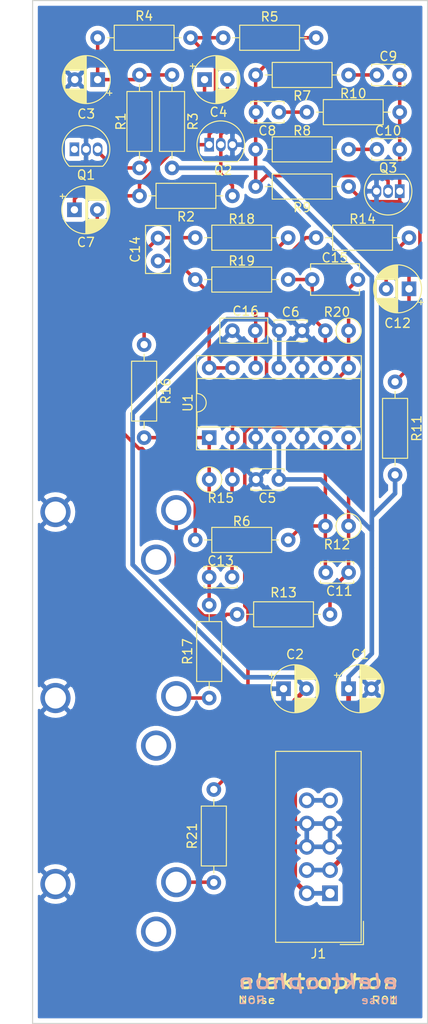
<source format=kicad_pcb>
(kicad_pcb (version 20171130) (host pcbnew 5.1.4-e60b266~84~ubuntu19.04.1)
  (title_block (title Noise) (date 2019-10-20) (rev 01) (comment 1 "Original design by Yves Usson") (comment 2 "PCB for main circuit") (comment 4 "License CC BY 4.0 - Attribution 4.0 International"))
  (layers (0 F.Cu signal) (31 B.Cu signal hide) (34 B.Paste user) (35 F.Paste user) (36 B.SilkS user) (37 F.SilkS user) (38 B.Mask user) (39 F.Mask user) (44 Edge.Cuts user))
  (net 0 "")
  (net 1 GND)
  (net 2 +15V)
  (net 3 -15V)
  (net 4 "Net-(C3-Pad1)")
  (net 5 "Net-(C4-Pad2)")
  (net 6 "Net-(C4-Pad1)")
  (net 7 "Net-(C7-Pad2)")
  (net 8 "Net-(C7-Pad1)")
  (net 9 "Net-(C8-Pad2)")
  (net 10 "Net-(C8-Pad1)")
  (net 11 "Net-(C9-Pad2)")
  (net 12 "Net-(C10-Pad1)")
  (net 13 "Net-(C10-Pad2)")
  (net 14 "Net-(C11-Pad2)")
  (net 15 "Net-(C11-Pad1)")
  (net 16 "Net-(C12-Pad2)")
  (net 17 "Net-(C13-Pad2)")
  (net 18 "Net-(C13-Pad1)")
  (net 19 "Net-(C14-Pad2)")
  (net 20 "Net-(C14-Pad1)")
  (net 21 "Net-(C15-Pad2)")
  (net 22 "Net-(C15-Pad1)")
  (net 23 +5V)
  (net 24 "Net-(Q1-Pad1)")
  (net 25 "Net-(R13-Pad1)")
  (net 26 "Net-(R17-Pad1)")
  (net 27 "Net-(R21-Pad1)")
  (net 28 "Net-(U2-PadSW)")
  (net 29 "Net-(U3-PadSW)")
  (net 30 "Net-(U4-PadSW)")
  (net 31 "Net-(C16-Pad2)")
  (module Capacitor_THT:C_Disc_D5.0mm_W2.5mm_P2.50mm (layer F.Cu) (at 72.644 86.868)
    (fp_text reference C16 (at 1.446 -2.138) (layer F.SilkS))
    (fp_text value 1u)
    (pad 2 thru_hole circle (at 2.5 0) (size 1.6 1.6) (drill 0.8) (layers *.Cu *.Mask) (net 31 "Net-(C16-Pad2)"))
    (pad 1 thru_hole circle (at 0 0) (size 1.6 1.6) (drill 0.8) (layers *.Cu *.Mask) (net 1 GND))
  )
  (module Capacitor_THT:C_Disc_D5.1mm_W3.2mm_P5.00mm (layer F.Cu) (at 86.36 81.28 180)
    (fp_text reference C15 (at 2.52 2.38) (layer F.SilkS))
    (fp_text value 150n)
    (pad 2 thru_hole circle (at 5 0 180) (size 1.6 1.6) (drill 0.8) (layers *.Cu *.Mask) (net 21 "Net-(C15-Pad2)"))
    (pad 1 thru_hole circle (at 0 0 180) (size 1.6 1.6) (drill 0.8) (layers *.Cu *.Mask) (net 22 "Net-(C15-Pad1)"))
  )
  (module Capacitor_THT:C_Disc_D5.0mm_W2.5mm_P2.50mm (layer F.Cu) (at 64.516 79.248 90)
    (fp_text reference C14 (at 1.25 -2.5 90) (layer F.SilkS))
    (fp_text value 1u)
    (pad 2 thru_hole circle (at 2.5 0 90) (size 1.6 1.6) (drill 0.8) (layers *.Cu *.Mask) (net 19 "Net-(C14-Pad2)"))
    (pad 1 thru_hole circle (at 0 0 90) (size 1.6 1.6) (drill 0.8) (layers *.Cu *.Mask) (net 20 "Net-(C14-Pad1)"))
  )
  (module Capacitor_THT:CP_Radial_D5.0mm_P2.50mm (layer F.Cu) (at 91.948 82.296 180)
    (fp_text reference C12 (at 1.25 -3.75) (layer F.SilkS))
    (fp_text value 10u)
    (pad 2 thru_hole circle (at 2.5 0 180) (size 1.6 1.6) (drill 0.8) (layers *.Cu *.Mask) (net 16 "Net-(C12-Pad2)"))
    (pad 1 thru_hole rect (at 0 0 180) (size 1.6 1.6) (drill 0.8) (layers *.Cu *.Mask) (net 12 "Net-(C10-Pad1)"))
  )
  (module "elektrophon:elektrophon logo" (layer F.Cu) (at 82.042 159.004)
    (fp_text reference REF** hide)
    (fp_text value "elektrophon logo" hide)
    (fp_text user Noise (at 8.84 1.02) (layer B.SilkS) (effects (font (size 0.8 1)) (justify left mirror)))
    (fp_text user R01 (at -8.83 1) (layer B.SilkS) (effects (font (size 0.8 1)) (justify right mirror)))
    (fp_text user elektrophon (at 0 -1.016) (layer B.SilkS) (effects (font (size 1.5 2) (thickness 0.3) italic) (justify mirror)))
    (fp_text user R01 (at 8.8 1.02) (layer F.SilkS) (effects (font (size 0.8 1)) (justify right)))
    (fp_text user Noise (at -8.88 1) (layer F.SilkS) (effects (font (size 0.8 1)) (justify left)))
    (fp_text user elektrophon (at 0 -1.016) (layer F.SilkS) (effects (font (size 1.5 2) (thickness 0.3) italic)))
  )
  (module Resistor_THT:R_Axial_DIN0207_L6.3mm_D2.5mm_P2.54mm_Vertical (layer F.Cu) (at 70.104 103.124)
    (fp_text reference R15 (at 1.27 2.032) (layer F.SilkS))
    (fp_text value 470k)
    (pad 2 thru_hole oval (at 2.54 0) (size 1.6 1.6) (drill 0.8) (layers *.Cu *.Mask) (net 17 "Net-(C13-Pad2)"))
    (pad 1 thru_hole circle (at 0 0) (size 1.6 1.6) (drill 0.8) (layers *.Cu *.Mask) (net 18 "Net-(C13-Pad1)"))
  )
  (module Resistor_THT:R_Axial_DIN0207_L6.3mm_D2.5mm_P2.54mm_Vertical (layer F.Cu) (at 85.344 86.868 180)
    (fp_text reference R20 (at 1.27 2.032) (layer F.SilkS))
    (fp_text value 220k)
    (pad 2 thru_hole oval (at 2.54 0 180) (size 1.6 1.6) (drill 0.8) (layers *.Cu *.Mask) (net 21 "Net-(C15-Pad2)"))
    (pad 1 thru_hole circle (at 0 0 180) (size 1.6 1.6) (drill 0.8) (layers *.Cu *.Mask) (net 22 "Net-(C15-Pad1)"))
  )
  (module Resistor_THT:R_Axial_DIN0207_L6.3mm_D2.5mm_P2.54mm_Vertical (layer F.Cu) (at 85.344 108.204 180)
    (fp_text reference R12 (at 1.27 -2.032) (layer F.SilkS))
    (fp_text value 470k)
    (pad 2 thru_hole oval (at 2.54 0 180) (size 1.6 1.6) (drill 0.8) (layers *.Cu *.Mask) (net 14 "Net-(C11-Pad2)"))
    (pad 1 thru_hole circle (at 0 0 180) (size 1.6 1.6) (drill 0.8) (layers *.Cu *.Mask) (net 15 "Net-(C11-Pad1)"))
  )
  (module elektrophon:PJ302M (layer F.Cu) (at 50.8 147.32)
    (fp_text reference U4 hide)
    (fp_text value PJ302M hide)
    (pad TIP thru_hole circle (at 15.7 -0.2 90) (size 3.3 3.3) (drill 2.3) (layers *.Cu *.Mask) (net 27 "Net-(R21-Pad1)"))
    (pad SW thru_hole circle (at 13.5 5.2) (size 3.3 3.3) (drill 2.3) (layers *.Cu *.Mask) (net 30 "Net-(U4-PadSW)"))
    (pad GND thru_hole circle (at 2.5 0 270) (size 3.3 3.3) (drill 2.3) (layers *.Cu *.Mask) (net 1 GND))
  )
  (module elektrophon:PJ302M (layer F.Cu) (at 50.8 127)
    (fp_text reference U3 hide)
    (fp_text value PJ302M hide)
    (pad TIP thru_hole circle (at 15.7 -0.2 90) (size 3.3 3.3) (drill 2.3) (layers *.Cu *.Mask) (net 26 "Net-(R17-Pad1)"))
    (pad SW thru_hole circle (at 13.5 5.2) (size 3.3 3.3) (drill 2.3) (layers *.Cu *.Mask) (net 29 "Net-(U3-PadSW)"))
    (pad GND thru_hole circle (at 2.5 0 270) (size 3.3 3.3) (drill 2.3) (layers *.Cu *.Mask) (net 1 GND))
  )
  (module elektrophon:PJ302M (layer F.Cu) (at 50.8 106.68)
    (fp_text reference U2 hide)
    (fp_text value PJ302M hide)
    (pad TIP thru_hole circle (at 15.7 -0.2 90) (size 3.3 3.3) (drill 2.3) (layers *.Cu *.Mask) (net 25 "Net-(R13-Pad1)"))
    (pad SW thru_hole circle (at 13.5 5.2) (size 3.3 3.3) (drill 2.3) (layers *.Cu *.Mask) (net 28 "Net-(U2-PadSW)"))
    (pad GND thru_hole circle (at 2.5 0 270) (size 3.3 3.3) (drill 2.3) (layers *.Cu *.Mask) (net 1 GND))
  )
  (module Package_DIP:DIP-14_W7.62mm_Socket (layer F.Cu) (at 70.104 98.552 90)
    (fp_text reference U1 (at 3.81 -2.33 90) (layer F.SilkS))
    (fp_text value LM324)
    (pad 14 thru_hole oval (at 7.62 0 90) (size 1.6 1.6) (drill 0.8) (layers *.Cu *.Mask) (net 20 "Net-(C14-Pad1)"))
    (pad 7 thru_hole oval (at 0 15.24 90) (size 1.6 1.6) (drill 0.8) (layers *.Cu *.Mask) (net 15 "Net-(C11-Pad1)"))
    (pad 13 thru_hole oval (at 7.62 2.54 90) (size 1.6 1.6) (drill 0.8) (layers *.Cu *.Mask) (net 20 "Net-(C14-Pad1)"))
    (pad 6 thru_hole oval (at 0 12.7 90) (size 1.6 1.6) (drill 0.8) (layers *.Cu *.Mask) (net 14 "Net-(C11-Pad2)"))
    (pad 12 thru_hole oval (at 7.62 5.08 90) (size 1.6 1.6) (drill 0.8) (layers *.Cu *.Mask) (net 31 "Net-(C16-Pad2)"))
    (pad 5 thru_hole oval (at 0 10.16 90) (size 1.6 1.6) (drill 0.8) (layers *.Cu *.Mask) (net 1 GND))
    (pad 11 thru_hole oval (at 7.62 7.62 90) (size 1.6 1.6) (drill 0.8) (layers *.Cu *.Mask) (net 3 -15V))
    (pad 4 thru_hole oval (at 0 7.62 90) (size 1.6 1.6) (drill 0.8) (layers *.Cu *.Mask) (net 2 +15V))
    (pad 10 thru_hole oval (at 7.62 10.16 90) (size 1.6 1.6) (drill 0.8) (layers *.Cu *.Mask) (net 1 GND))
    (pad 3 thru_hole oval (at 0 5.08 90) (size 1.6 1.6) (drill 0.8) (layers *.Cu *.Mask) (net 1 GND))
    (pad 9 thru_hole oval (at 7.62 12.7 90) (size 1.6 1.6) (drill 0.8) (layers *.Cu *.Mask) (net 21 "Net-(C15-Pad2)"))
    (pad 2 thru_hole oval (at 0 2.54 90) (size 1.6 1.6) (drill 0.8) (layers *.Cu *.Mask) (net 17 "Net-(C13-Pad2)"))
    (pad 8 thru_hole oval (at 7.62 15.24 90) (size 1.6 1.6) (drill 0.8) (layers *.Cu *.Mask) (net 22 "Net-(C15-Pad1)"))
    (pad 1 thru_hole rect (at 0 0 90) (size 1.6 1.6) (drill 0.8) (layers *.Cu *.Mask) (net 18 "Net-(C13-Pad1)"))
  )
  (module Resistor_THT:R_Axial_DIN0207_L6.3mm_D2.5mm_P10.16mm_Horizontal (layer F.Cu) (at 70.612 147.1549 90)
    (fp_text reference R21 (at 5.08 -2.37 90) (layer F.SilkS))
    (fp_text value 1k)
    (pad 2 thru_hole oval (at 10.16 0 90) (size 1.6 1.6) (drill 0.8) (layers *.Cu *.Mask) (net 22 "Net-(C15-Pad1)"))
    (pad 1 thru_hole circle (at 0 0 90) (size 1.6 1.6) (drill 0.8) (layers *.Cu *.Mask) (net 27 "Net-(R21-Pad1)"))
  )
  (module Resistor_THT:R_Axial_DIN0207_L6.3mm_D2.5mm_P10.16mm_Horizontal (layer F.Cu) (at 78.74 81.28 180)
    (fp_text reference R19 (at 5.08 2.032 180) (layer F.SilkS))
    (fp_text value 10k)
    (pad 2 thru_hole oval (at 10.16 0 180) (size 1.6 1.6) (drill 0.8) (layers *.Cu *.Mask) (net 20 "Net-(C14-Pad1)"))
    (pad 1 thru_hole circle (at 0 0 180) (size 1.6 1.6) (drill 0.8) (layers *.Cu *.Mask) (net 21 "Net-(C15-Pad2)"))
  )
  (module Resistor_THT:R_Axial_DIN0207_L6.3mm_D2.5mm_P10.16mm_Horizontal (layer F.Cu) (at 78.74 76.708 180)
    (fp_text reference R18 (at 5.08 2.032 180) (layer F.SilkS))
    (fp_text value 33k)
    (pad 2 thru_hole oval (at 10.16 0 180) (size 1.6 1.6) (drill 0.8) (layers *.Cu *.Mask) (net 19 "Net-(C14-Pad2)"))
    (pad 1 thru_hole circle (at 0 0 180) (size 1.6 1.6) (drill 0.8) (layers *.Cu *.Mask) (net 31 "Net-(C16-Pad2)"))
  )
  (module Resistor_THT:R_Axial_DIN0207_L6.3mm_D2.5mm_P10.16mm_Horizontal (layer F.Cu) (at 70.104 127 90)
    (fp_text reference R17 (at 5.08 -2.37 90) (layer F.SilkS))
    (fp_text value 1k)
    (pad 2 thru_hole oval (at 10.16 0 90) (size 1.6 1.6) (drill 0.8) (layers *.Cu *.Mask) (net 18 "Net-(C13-Pad1)"))
    (pad 1 thru_hole circle (at 0 0 90) (size 1.6 1.6) (drill 0.8) (layers *.Cu *.Mask) (net 26 "Net-(R17-Pad1)"))
  )
  (module Resistor_THT:R_Axial_DIN0207_L6.3mm_D2.5mm_P10.16mm_Horizontal (layer F.Cu) (at 62.992 88.392 270)
    (fp_text reference R16 (at 5.08 -2.37 90) (layer F.SilkS))
    (fp_text value 33k)
    (pad 2 thru_hole oval (at 10.16 0 270) (size 1.6 1.6) (drill 0.8) (layers *.Cu *.Mask) (net 18 "Net-(C13-Pad1)"))
    (pad 1 thru_hole circle (at 0 0 270) (size 1.6 1.6) (drill 0.8) (layers *.Cu *.Mask) (net 19 "Net-(C14-Pad2)"))
  )
  (module Resistor_THT:R_Axial_DIN0207_L6.3mm_D2.5mm_P10.16mm_Horizontal (layer F.Cu) (at 81.788 76.708)
    (fp_text reference R14 (at 5.08 -2.032) (layer F.SilkS))
    (fp_text value 8k2)
    (pad 2 thru_hole oval (at 10.16 0) (size 1.6 1.6) (drill 0.8) (layers *.Cu *.Mask) (net 16 "Net-(C12-Pad2)"))
    (pad 1 thru_hole circle (at 0 0) (size 1.6 1.6) (drill 0.8) (layers *.Cu *.Mask) (net 17 "Net-(C13-Pad2)"))
  )
  (module Resistor_THT:R_Axial_DIN0207_L6.3mm_D2.5mm_P10.16mm_Horizontal (layer F.Cu) (at 73.152 117.856)
    (fp_text reference R13 (at 5.08 -2.37) (layer F.SilkS))
    (fp_text value 1k)
    (pad 2 thru_hole oval (at 10.16 0) (size 1.6 1.6) (drill 0.8) (layers *.Cu *.Mask) (net 15 "Net-(C11-Pad1)"))
    (pad 1 thru_hole circle (at 0 0) (size 1.6 1.6) (drill 0.8) (layers *.Cu *.Mask) (net 25 "Net-(R13-Pad1)"))
  )
  (module Resistor_THT:R_Axial_DIN0207_L6.3mm_D2.5mm_P10.16mm_Horizontal (layer F.Cu) (at 90.424 92.456 270)
    (fp_text reference R11 (at 5.08 -2.37 90) (layer F.SilkS))
    (fp_text value 3k9)
    (pad 2 thru_hole oval (at 10.16 0 270) (size 1.6 1.6) (drill 0.8) (layers *.Cu *.Mask) (net 2 +15V))
    (pad 1 thru_hole circle (at 0 0 270) (size 1.6 1.6) (drill 0.8) (layers *.Cu *.Mask) (net 12 "Net-(C10-Pad1)"))
  )
  (module Resistor_THT:R_Axial_DIN0207_L6.3mm_D2.5mm_P10.16mm_Horizontal (layer F.Cu) (at 90.932 62.992 180)
    (fp_text reference R10 (at 5.08 2.032) (layer F.SilkS))
    (fp_text value 100k)
    (pad 2 thru_hole oval (at 10.16 0 180) (size 1.6 1.6) (drill 0.8) (layers *.Cu *.Mask) (net 10 "Net-(C8-Pad1)"))
    (pad 1 thru_hole circle (at 0 0 180) (size 1.6 1.6) (drill 0.8) (layers *.Cu *.Mask) (net 12 "Net-(C10-Pad1)"))
  )
  (module Resistor_THT:R_Axial_DIN0207_L6.3mm_D2.5mm_P10.16mm_Horizontal (layer F.Cu) (at 85.344 71.12 180)
    (fp_text reference R9 (at 5.08 -2.286) (layer F.SilkS))
    (fp_text value 1M)
    (pad 2 thru_hole oval (at 10.16 0 180) (size 1.6 1.6) (drill 0.8) (layers *.Cu *.Mask) (net 9 "Net-(C8-Pad2)"))
    (pad 1 thru_hole circle (at 0 0 180) (size 1.6 1.6) (drill 0.8) (layers *.Cu *.Mask) (net 12 "Net-(C10-Pad1)"))
  )
  (module Resistor_THT:R_Axial_DIN0207_L6.3mm_D2.5mm_P10.16mm_Horizontal (layer F.Cu) (at 85.344 67.056 180)
    (fp_text reference R8 (at 5.08 2.032) (layer F.SilkS))
    (fp_text value 390k)
    (pad 2 thru_hole oval (at 10.16 0 180) (size 1.6 1.6) (drill 0.8) (layers *.Cu *.Mask) (net 9 "Net-(C8-Pad2)"))
    (pad 1 thru_hole circle (at 0 0 180) (size 1.6 1.6) (drill 0.8) (layers *.Cu *.Mask) (net 13 "Net-(C10-Pad2)"))
  )
  (module Resistor_THT:R_Axial_DIN0207_L6.3mm_D2.5mm_P10.16mm_Horizontal (layer F.Cu) (at 85.344 58.928 180)
    (fp_text reference R7 (at 5.08 -2.286) (layer F.SilkS))
    (fp_text value 18k)
    (pad 2 thru_hole oval (at 10.16 0 180) (size 1.6 1.6) (drill 0.8) (layers *.Cu *.Mask) (net 9 "Net-(C8-Pad2)"))
    (pad 1 thru_hole circle (at 0 0 180) (size 1.6 1.6) (drill 0.8) (layers *.Cu *.Mask) (net 11 "Net-(C9-Pad2)"))
  )
  (module Resistor_THT:R_Axial_DIN0207_L6.3mm_D2.5mm_P10.16mm_Horizontal (layer F.Cu) (at 78.74 109.728 180)
    (fp_text reference R6 (at 5.08 2.032) (layer F.SilkS))
    (fp_text value 33k)
    (pad 2 thru_hole oval (at 10.16 0 180) (size 1.6 1.6) (drill 0.8) (layers *.Cu *.Mask) (net 7 "Net-(C7-Pad2)"))
    (pad 1 thru_hole circle (at 0 0 180) (size 1.6 1.6) (drill 0.8) (layers *.Cu *.Mask) (net 14 "Net-(C11-Pad2)"))
  )
  (module Resistor_THT:R_Axial_DIN0207_L6.3mm_D2.5mm_P10.16mm_Horizontal (layer F.Cu) (at 81.788 54.864 180)
    (fp_text reference R5 (at 5.08 2.286) (layer F.SilkS))
    (fp_text value 82k)
    (pad 2 thru_hole oval (at 10.16 0 180) (size 1.6 1.6) (drill 0.8) (layers *.Cu *.Mask) (net 8 "Net-(C7-Pad1)"))
    (pad 1 thru_hole circle (at 0 0 180) (size 1.6 1.6) (drill 0.8) (layers *.Cu *.Mask) (net 9 "Net-(C8-Pad2)"))
  )
  (module Resistor_THT:R_Axial_DIN0207_L6.3mm_D2.5mm_P10.16mm_Horizontal (layer F.Cu) (at 57.912 54.864)
    (fp_text reference R4 (at 5.08 -2.37) (layer F.SilkS))
    (fp_text value 10k)
    (pad 2 thru_hole oval (at 10.16 0) (size 1.6 1.6) (drill 0.8) (layers *.Cu *.Mask) (net 8 "Net-(C7-Pad1)"))
    (pad 1 thru_hole circle (at 0 0) (size 1.6 1.6) (drill 0.8) (layers *.Cu *.Mask) (net 4 "Net-(C3-Pad1)"))
  )
  (module Resistor_THT:R_Axial_DIN0207_L6.3mm_D2.5mm_P10.16mm_Horizontal (layer F.Cu) (at 66.04 69.088 90)
    (fp_text reference R3 (at 5.08 2.286 270) (layer F.SilkS))
    (fp_text value 22)
    (pad 2 thru_hole oval (at 10.16 0 90) (size 1.6 1.6) (drill 0.8) (layers *.Cu *.Mask) (net 4 "Net-(C3-Pad1)"))
    (pad 1 thru_hole circle (at 0 0 90) (size 1.6 1.6) (drill 0.8) (layers *.Cu *.Mask) (net 2 +15V))
  )
  (module Resistor_THT:R_Axial_DIN0207_L6.3mm_D2.5mm_P10.16mm_Horizontal (layer F.Cu) (at 62.484 72.136)
    (fp_text reference R2 (at 5.08 2.286) (layer F.SilkS))
    (fp_text value 150k)
    (pad 2 thru_hole oval (at 10.16 0) (size 1.6 1.6) (drill 0.8) (layers *.Cu *.Mask) (net 5 "Net-(C4-Pad2)"))
    (pad 1 thru_hole circle (at 0 0) (size 1.6 1.6) (drill 0.8) (layers *.Cu *.Mask) (net 8 "Net-(C7-Pad1)"))
  )
  (module Resistor_THT:R_Axial_DIN0207_L6.3mm_D2.5mm_P10.16mm_Horizontal (layer F.Cu) (at 62.484 58.928 270)
    (fp_text reference R1 (at 5.08 2.032 270) (layer F.SilkS))
    (fp_text value 47k)
    (pad 2 thru_hole oval (at 10.16 0 270) (size 1.6 1.6) (drill 0.8) (layers *.Cu *.Mask) (net 6 "Net-(C4-Pad1)"))
    (pad 1 thru_hole circle (at 0 0 270) (size 1.6 1.6) (drill 0.8) (layers *.Cu *.Mask) (net 4 "Net-(C3-Pad1)"))
  )
  (module Package_TO_SOT_THT:TO-92_Inline (layer F.Cu) (at 90.932 71.628 180)
    (fp_text reference Q3 (at 1.27 2.54) (layer F.SilkS))
    (fp_text value BC547)
    (pad 1 thru_hole rect (at 0 0 180) (size 1.05 1.5) (drill 0.75) (layers *.Cu *.Mask) (net 12 "Net-(C10-Pad1)"))
    (pad 3 thru_hole oval (at 2.54 0 180) (size 1.05 1.5) (drill 0.75) (layers *.Cu *.Mask) (net 1 GND))
    (pad 2 thru_hole oval (at 1.27 0 180) (size 1.05 1.5) (drill 0.75) (layers *.Cu *.Mask) (net 9 "Net-(C8-Pad2)"))
  )
  (module Package_TO_SOT_THT:TO-92_Inline (layer F.Cu) (at 70.104 66.548)
    (fp_text reference Q2 (at 1.524 2.794) (layer F.SilkS))
    (fp_text value BC547)
    (pad 1 thru_hole rect (at 0 0) (size 1.05 1.5) (drill 0.75) (layers *.Cu *.Mask) (net 8 "Net-(C7-Pad1)"))
    (pad 3 thru_hole oval (at 2.54 0) (size 1.05 1.5) (drill 0.75) (layers *.Cu *.Mask) (net 1 GND))
    (pad 2 thru_hole oval (at 1.27 0) (size 1.05 1.5) (drill 0.75) (layers *.Cu *.Mask) (net 5 "Net-(C4-Pad2)"))
  )
  (module Package_TO_SOT_THT:TO-92_Inline (layer F.Cu) (at 55.372 67.056)
    (fp_text reference Q1 (at 1.27 2.794) (layer F.SilkS))
    (fp_text value BC547)
    (pad 1 thru_hole rect (at 0 0) (size 1.05 1.5) (drill 0.75) (layers *.Cu *.Mask) (net 24 "Net-(Q1-Pad1)"))
    (pad 3 thru_hole oval (at 2.54 0) (size 1.05 1.5) (drill 0.75) (layers *.Cu *.Mask) (net 6 "Net-(C4-Pad1)"))
    (pad 2 thru_hole oval (at 1.27 0) (size 1.05 1.5) (drill 0.75) (layers *.Cu *.Mask) (net 1 GND))
  )
  (module Connector_IDC:IDC-Header_2x05_P2.54mm_Vertical (layer F.Cu) (at 83.312 148.336 180)
    (fp_text reference J1 (at 1.27 -6.604) (layer F.SilkS))
    (fp_text value "IDC Header")
    (pad 10 thru_hole oval (at 2.54 10.16 180) (size 1.7272 1.7272) (drill 1.016) (layers *.Cu *.Mask) (net 23 +5V))
    (pad 9 thru_hole oval (at 0 10.16 180) (size 1.7272 1.7272) (drill 1.016) (layers *.Cu *.Mask) (net 23 +5V))
    (pad 8 thru_hole oval (at 2.54 7.62 180) (size 1.7272 1.7272) (drill 1.016) (layers *.Cu *.Mask) (net 1 GND))
    (pad 7 thru_hole oval (at 0 7.62 180) (size 1.7272 1.7272) (drill 1.016) (layers *.Cu *.Mask) (net 1 GND))
    (pad 6 thru_hole oval (at 2.54 5.08 180) (size 1.7272 1.7272) (drill 1.016) (layers *.Cu *.Mask) (net 1 GND))
    (pad 5 thru_hole oval (at 0 5.08 180) (size 1.7272 1.7272) (drill 1.016) (layers *.Cu *.Mask) (net 1 GND))
    (pad 4 thru_hole oval (at 2.54 2.54 180) (size 1.7272 1.7272) (drill 1.016) (layers *.Cu *.Mask) (net 2 +15V))
    (pad 3 thru_hole oval (at 0 2.54 180) (size 1.7272 1.7272) (drill 1.016) (layers *.Cu *.Mask) (net 2 +15V))
    (pad 2 thru_hole oval (at 2.54 0 180) (size 1.7272 1.7272) (drill 1.016) (layers *.Cu *.Mask) (net 3 -15V))
    (pad 1 thru_hole rect (at 0 0 180) (size 1.7272 1.7272) (drill 1.016) (layers *.Cu *.Mask) (net 3 -15V))
  )
  (module Capacitor_THT:C_Disc_D3.4mm_W2.1mm_P2.50mm (layer F.Cu) (at 70.104 113.792)
    (fp_text reference C13 (at 1.25 -1.778) (layer F.SilkS))
    (fp_text value 10p)
    (pad 2 thru_hole circle (at 2.5 0) (size 1.6 1.6) (drill 0.8) (layers *.Cu *.Mask) (net 17 "Net-(C13-Pad2)"))
    (pad 1 thru_hole circle (at 0 0) (size 1.6 1.6) (drill 0.8) (layers *.Cu *.Mask) (net 18 "Net-(C13-Pad1)"))
  )
  (module Capacitor_THT:C_Disc_D3.4mm_W2.1mm_P2.50mm (layer F.Cu) (at 85.344 113.284 180)
    (fp_text reference C11 (at 1.016 -2.032) (layer F.SilkS))
    (fp_text value 10p)
    (pad 2 thru_hole circle (at 2.5 0 180) (size 1.6 1.6) (drill 0.8) (layers *.Cu *.Mask) (net 14 "Net-(C11-Pad2)"))
    (pad 1 thru_hole circle (at 0 0 180) (size 1.6 1.6) (drill 0.8) (layers *.Cu *.Mask) (net 15 "Net-(C11-Pad1)"))
  )
  (module Capacitor_THT:C_Disc_D3.4mm_W2.1mm_P2.50mm (layer F.Cu) (at 90.932 67.056 180)
    (fp_text reference C10 (at 1.27 2.032) (layer F.SilkS))
    (fp_text value 47n)
    (pad 2 thru_hole circle (at 2.5 0 180) (size 1.6 1.6) (drill 0.8) (layers *.Cu *.Mask) (net 13 "Net-(C10-Pad2)"))
    (pad 1 thru_hole circle (at 0 0 180) (size 1.6 1.6) (drill 0.8) (layers *.Cu *.Mask) (net 12 "Net-(C10-Pad1)"))
  )
  (module Capacitor_THT:C_Disc_D3.4mm_W2.1mm_P2.50mm (layer F.Cu) (at 90.932 58.928 180)
    (fp_text reference C9 (at 1.25 2.032) (layer F.SilkS))
    (fp_text value 1n)
    (pad 2 thru_hole circle (at 2.5 0 180) (size 1.6 1.6) (drill 0.8) (layers *.Cu *.Mask) (net 11 "Net-(C9-Pad2)"))
    (pad 1 thru_hole circle (at 0 0 180) (size 1.6 1.6) (drill 0.8) (layers *.Cu *.Mask) (net 12 "Net-(C10-Pad1)"))
  )
  (module Capacitor_THT:C_Disc_D3.4mm_W2.1mm_P2.50mm (layer F.Cu) (at 77.724 62.992 180)
    (fp_text reference C8 (at 1.27 -2.032) (layer F.SilkS))
    (fp_text value 3n3)
    (pad 2 thru_hole circle (at 2.5 0 180) (size 1.6 1.6) (drill 0.8) (layers *.Cu *.Mask) (net 9 "Net-(C8-Pad2)"))
    (pad 1 thru_hole circle (at 0 0 180) (size 1.6 1.6) (drill 0.8) (layers *.Cu *.Mask) (net 10 "Net-(C8-Pad1)"))
  )
  (module Capacitor_THT:CP_Radial_D5.0mm_P2.50mm (layer F.Cu) (at 55.372 73.66)
    (fp_text reference C7 (at 1.25 3.556) (layer F.SilkS))
    (fp_text value 10u)
    (pad 2 thru_hole circle (at 2.5 0) (size 1.6 1.6) (drill 0.8) (layers *.Cu *.Mask) (net 7 "Net-(C7-Pad2)"))
    (pad 1 thru_hole rect (at 0 0) (size 1.6 1.6) (drill 0.8) (layers *.Cu *.Mask) (net 8 "Net-(C7-Pad1)"))
  )
  (module Capacitor_THT:C_Disc_D3.4mm_W2.1mm_P2.50mm (layer F.Cu) (at 80.264 86.868 180)
    (fp_text reference C6 (at 1.25 2.032 180) (layer F.SilkS))
    (fp_text value 0.1u)
    (pad 2 thru_hole circle (at 2.5 0 180) (size 1.6 1.6) (drill 0.8) (layers *.Cu *.Mask) (net 3 -15V))
    (pad 1 thru_hole circle (at 0 0 180) (size 1.6 1.6) (drill 0.8) (layers *.Cu *.Mask) (net 1 GND))
  )
  (module Capacitor_THT:C_Disc_D3.4mm_W2.1mm_P2.50mm (layer F.Cu) (at 77.724 103.124 180)
    (fp_text reference C5 (at 1.27 -2.032 180) (layer F.SilkS))
    (fp_text value 0.1u)
    (pad 2 thru_hole circle (at 2.5 0 180) (size 1.6 1.6) (drill 0.8) (layers *.Cu *.Mask) (net 1 GND))
    (pad 1 thru_hole circle (at 0 0 180) (size 1.6 1.6) (drill 0.8) (layers *.Cu *.Mask) (net 2 +15V))
  )
  (module Capacitor_THT:CP_Radial_D5.0mm_P2.50mm (layer F.Cu) (at 69.596 59.436)
    (fp_text reference C4 (at 1.524 3.556) (layer F.SilkS))
    (fp_text value 47u)
    (pad 2 thru_hole circle (at 2.5 0) (size 1.6 1.6) (drill 0.8) (layers *.Cu *.Mask) (net 5 "Net-(C4-Pad2)"))
    (pad 1 thru_hole rect (at 0 0) (size 1.6 1.6) (drill 0.8) (layers *.Cu *.Mask) (net 6 "Net-(C4-Pad1)"))
  )
  (module Capacitor_THT:CP_Radial_D5.0mm_P2.50mm (layer F.Cu) (at 57.912 59.436 180)
    (fp_text reference C3 (at 1.25 -3.75) (layer F.SilkS))
    (fp_text value 47u)
    (pad 2 thru_hole circle (at 2.5 0 180) (size 1.6 1.6) (drill 0.8) (layers *.Cu *.Mask) (net 1 GND))
    (pad 1 thru_hole rect (at 0 0 180) (size 1.6 1.6) (drill 0.8) (layers *.Cu *.Mask) (net 4 "Net-(C3-Pad1)"))
  )
  (module Capacitor_THT:CP_Radial_D5.0mm_P2.50mm (layer F.Cu) (at 78.232 125.984)
    (fp_text reference C2 (at 1.25 -3.75) (layer F.SilkS))
    (fp_text value 10u)
    (pad 2 thru_hole circle (at 2.5 0) (size 1.6 1.6) (drill 0.8) (layers *.Cu *.Mask) (net 3 -15V))
    (pad 1 thru_hole rect (at 0 0) (size 1.6 1.6) (drill 0.8) (layers *.Cu *.Mask) (net 1 GND))
  )
  (module Capacitor_THT:CP_Radial_D5.0mm_P2.50mm (layer F.Cu) (at 85.344 125.984)
    (fp_text reference C1 (at 1.25 -3.75) (layer F.SilkS))
    (fp_text value 10u)
    (pad 2 thru_hole circle (at 2.5 0) (size 1.6 1.6) (drill 0.8) (layers *.Cu *.Mask) (net 1 GND))
    (pad 1 thru_hole rect (at 0 0) (size 1.6 1.6) (drill 0.8) (layers *.Cu *.Mask) (net 2 +15V))
  )
  (gr_line (start 50.8 162.56) (end 50.8 50.8) (layer Edge.Cuts) (width 0.12))
  (gr_line (start 93.98 162.56) (end 50.8 162.56) (layer Edge.Cuts) (width 0.12))
  (gr_line (start 93.98 50.8) (end 93.98 162.56) (layer Edge.Cuts) (width 0.12))
  (gr_line (start 50.8 50.8) (end 93.98 50.8) (layer Edge.Cuts) (width 0.12))
  (segment (start 83.312 145.796) (end 80.772 145.796) (width 0.508) (layer B.Cu) (net 2))
  (segment (start 77.724 98.552) (end 77.724 103.124) (width 0.508) (layer B.Cu) (net 2))
  (segment (start 85.344 143.764) (end 83.312 145.796) (width 0.508) (layer F.Cu) (net 2))
  (segment (start 85.344 125.984) (end 85.344 143.764) (width 0.508) (layer F.Cu) (net 2))
  (segment (start 76.023922 69.088) (end 67.17137 69.088) (width 0.508) (layer B.Cu) (net 2))
  (segment (start 67.17137 69.088) (end 66.04 69.088) (width 0.508) (layer B.Cu) (net 2))
  (segment (start 87.884 80.948078) (end 76.023922 69.088) (width 0.508) (layer B.Cu) (net 2))
  (segment (start 87.884 122.136) (end 85.344 124.676) (width 0.508) (layer B.Cu) (net 2))
  (segment (start 85.344 124.676) (end 85.344 125.984) (width 0.508) (layer B.Cu) (net 2))
  (segment (start 87.884 104.108002) (end 87.884 101.092) (width 0.508) (layer B.Cu) (net 2))
  (segment (start 87.884 101.092) (end 87.884 80.948078) (width 0.508) (layer B.Cu) (net 2))
  (segment (start 87.884 112.776) (end 87.884 122.136) (width 0.508) (layer B.Cu) (net 2))
  (segment (start 90.424 104.648) (end 87.884 107.188) (width 0.508) (layer B.Cu) (net 2))
  (segment (start 90.424 102.616) (end 90.424 104.648) (width 0.508) (layer B.Cu) (net 2))
  (segment (start 87.884 101.092) (end 87.884 107.188) (width 0.508) (layer B.Cu) (net 2))
  (segment (start 82.296 103.124) (end 87.884 108.712) (width 0.508) (layer B.Cu) (net 2))
  (segment (start 77.724 103.124) (end 82.296 103.124) (width 0.508) (layer B.Cu) (net 2))
  (segment (start 87.884 107.188) (end 87.884 108.712) (width 0.508) (layer B.Cu) (net 2))
  (segment (start 87.884 108.712) (end 87.884 112.776) (width 0.508) (layer B.Cu) (net 2))
  (segment (start 83.312 148.336) (end 80.772 148.336) (width 0.508) (layer B.Cu) (net 3))
  (segment (start 72.042079 85.613999) (end 76.509999 85.613999) (width 0.508) (layer B.Cu) (net 3))
  (segment (start 76.964001 86.068001) (end 77.764 86.868) (width 0.508) (layer B.Cu) (net 3))
  (segment (start 61.737999 112.431921) (end 61.737999 95.918079) (width 0.508) (layer B.Cu) (net 3))
  (segment (start 74.036077 124.729999) (end 61.737999 112.431921) (width 0.508) (layer B.Cu) (net 3))
  (segment (start 76.509999 85.613999) (end 76.964001 86.068001) (width 0.508) (layer B.Cu) (net 3))
  (segment (start 61.737999 95.918079) (end 72.042079 85.613999) (width 0.508) (layer B.Cu) (net 3))
  (segment (start 79.477999 124.729999) (end 74.036077 124.729999) (width 0.508) (layer B.Cu) (net 3))
  (segment (start 80.732 125.984) (end 79.477999 124.729999) (width 0.508) (layer B.Cu) (net 3))
  (segment (start 77.764 90.892) (end 77.724 90.932) (width 0.508) (layer B.Cu) (net 3))
  (segment (start 77.764 86.868) (end 77.764 90.892) (width 0.508) (layer B.Cu) (net 3))
  (segment (start 79.454399 147.018399) (end 79.908401 147.472401) (width 0.508) (layer F.Cu) (net 3))
  (segment (start 79.454399 127.261601) (end 79.454399 147.018399) (width 0.508) (layer F.Cu) (net 3))
  (segment (start 79.908401 147.472401) (end 80.772 148.336) (width 0.508) (layer F.Cu) (net 3))
  (segment (start 80.732 125.984) (end 79.454399 127.261601) (width 0.508) (layer F.Cu) (net 3))
  (segment (start 57.912 54.864) (end 57.912 59.436) (width 0.381) (layer F.Cu) (net 4))
  (segment (start 61.976 59.436) (end 62.484 58.928) (width 0.381) (layer F.Cu) (net 4))
  (segment (start 57.912 59.436) (end 61.976 59.436) (width 0.381) (layer F.Cu) (net 4))
  (segment (start 62.484 58.928) (end 66.04 58.928) (width 0.381) (layer F.Cu) (net 4))
  (segment (start 71.374 67.679) (end 71.374 66.548) (width 0.381) (layer F.Cu) (net 5))
  (segment (start 71.374 69.73463) (end 71.374 67.679) (width 0.381) (layer F.Cu) (net 5))
  (segment (start 72.644 71.00463) (end 71.374 69.73463) (width 0.381) (layer F.Cu) (net 5))
  (segment (start 72.644 72.136) (end 72.644 71.00463) (width 0.381) (layer F.Cu) (net 5))
  (segment (start 72.096 59.436) (end 72.096 64.695) (width 0.381) (layer F.Cu) (net 5))
  (segment (start 72.096 64.695) (end 71.374 65.417) (width 0.381) (layer F.Cu) (net 5))
  (segment (start 71.374 65.417) (end 71.374 66.548) (width 0.381) (layer F.Cu) (net 5))
  (segment (start 57.912 67.281) (end 57.912 67.056) (width 0.381) (layer F.Cu) (net 6))
  (segment (start 59.719 69.088) (end 57.912 67.281) (width 0.381) (layer F.Cu) (net 6))
  (segment (start 62.484 69.088) (end 59.719 69.088) (width 0.381) (layer F.Cu) (net 6))
  (segment (start 69.596 61.976) (end 62.484 69.088) (width 0.381) (layer F.Cu) (net 6))
  (segment (start 69.596 59.436) (end 69.596 61.976) (width 0.381) (layer F.Cu) (net 6))
  (segment (start 57.872 73.66) (end 57.872 77.764) (width 0.381) (layer F.Cu) (net 7))
  (segment (start 57.872 77.764) (end 57.872 87.844) (width 0.381) (layer F.Cu) (net 7))
  (segment (start 62.420559 99.742501) (end 57.872 95.193942) (width 0.381) (layer F.Cu) (net 7))
  (segment (start 62.782443 99.742501) (end 62.420559 99.742501) (width 0.381) (layer F.Cu) (net 7))
  (segment (start 57.872 95.193942) (end 57.872 89.448) (width 0.381) (layer F.Cu) (net 7))
  (segment (start 68.58 105.540058) (end 62.782443 99.742501) (width 0.381) (layer F.Cu) (net 7))
  (segment (start 68.58 109.728) (end 68.58 105.540058) (width 0.381) (layer F.Cu) (net 7))
  (segment (start 57.872 89.448) (end 57.872 77.764) (width 0.381) (layer F.Cu) (net 7))
  (segment (start 70.104 65.417) (end 70.104 66.548) (width 0.381) (layer F.Cu) (net 8))
  (segment (start 70.786501 64.734499) (end 70.104 65.417) (width 0.381) (layer F.Cu) (net 8))
  (segment (start 70.786501 57.578501) (end 70.786501 64.734499) (width 0.381) (layer F.Cu) (net 8))
  (segment (start 68.072 54.864) (end 70.786501 57.578501) (width 0.381) (layer F.Cu) (net 8))
  (segment (start 71.628 54.864) (end 68.072 54.864) (width 0.381) (layer F.Cu) (net 8))
  (segment (start 62.484 71.00463) (end 62.484 72.136) (width 0.381) (layer F.Cu) (net 8))
  (segment (start 62.484 70.882058) (end 62.484 71.00463) (width 0.381) (layer F.Cu) (net 8))
  (segment (start 66.818058 66.548) (end 62.484 70.882058) (width 0.381) (layer F.Cu) (net 8))
  (segment (start 70.104 66.548) (end 66.818058 66.548) (width 0.381) (layer F.Cu) (net 8))
  (segment (start 55.372 72.479) (end 55.372 73.66) (width 0.381) (layer F.Cu) (net 8))
  (segment (start 55.715 72.136) (end 55.372 72.479) (width 0.381) (layer F.Cu) (net 8))
  (segment (start 62.484 72.136) (end 55.715 72.136) (width 0.381) (layer F.Cu) (net 8))
  (segment (start 79.248 54.864) (end 75.184 58.928) (width 0.381) (layer F.Cu) (net 9))
  (segment (start 81.788 54.864) (end 79.248 54.864) (width 0.381) (layer F.Cu) (net 9))
  (segment (start 75.184 71.12) (end 75.184 58.928) (width 0.381) (layer F.Cu) (net 9))
  (segment (start 75.983999 70.320001) (end 75.184 71.12) (width 0.381) (layer F.Cu) (net 9))
  (segment (start 76.374501 69.929499) (end 75.983999 70.320001) (width 0.381) (layer F.Cu) (net 9))
  (segment (start 89.094499 69.929499) (end 76.374501 69.929499) (width 0.381) (layer F.Cu) (net 9))
  (segment (start 89.662 70.497) (end 89.094499 69.929499) (width 0.381) (layer F.Cu) (net 9))
  (segment (start 89.662 71.628) (end 89.662 70.497) (width 0.381) (layer F.Cu) (net 9))
  (segment (start 77.724 62.992) (end 80.772 62.992) (width 0.381) (layer F.Cu) (net 10))
  (segment (start 88.432 58.928) (end 85.344 58.928) (width 0.381) (layer F.Cu) (net 11))
  (segment (start 90.92249 72.76851) (end 86.99251 72.76851) (width 0.381) (layer F.Cu) (net 12))
  (segment (start 90.932 72.759) (end 90.92249 72.76851) (width 0.381) (layer F.Cu) (net 12))
  (segment (start 86.143999 71.919999) (end 85.344 71.12) (width 0.381) (layer F.Cu) (net 12))
  (segment (start 86.99251 72.76851) (end 86.143999 71.919999) (width 0.381) (layer F.Cu) (net 12))
  (segment (start 90.932 71.628) (end 90.932 72.759) (width 0.381) (layer F.Cu) (net 12))
  (segment (start 90.932 60.05937) (end 90.932 71.628) (width 0.381) (layer F.Cu) (net 12))
  (segment (start 90.932 58.928) (end 90.932 60.05937) (width 0.381) (layer F.Cu) (net 12))
  (segment (start 93.138501 74.965501) (end 90.932 72.759) (width 0.381) (layer F.Cu) (net 12))
  (segment (start 93.138501 79.073499) (end 93.138501 74.965501) (width 0.381) (layer F.Cu) (net 12))
  (segment (start 91.948 82.296) (end 91.948 80.264) (width 0.381) (layer F.Cu) (net 12))
  (segment (start 91.948 80.264) (end 93.138501 79.073499) (width 0.381) (layer F.Cu) (net 12))
  (segment (start 91.948 90.932) (end 90.424 92.456) (width 0.381) (layer F.Cu) (net 12))
  (segment (start 91.948 82.296) (end 91.948 90.932) (width 0.381) (layer F.Cu) (net 12))
  (segment (start 88.432 67.056) (end 85.344 67.056) (width 0.381) (layer F.Cu) (net 13))
  (segment (start 82.804 113.244) (end 82.844 113.284) (width 0.381) (layer F.Cu) (net 14))
  (segment (start 82.804 108.204) (end 82.804 113.244) (width 0.381) (layer F.Cu) (net 14))
  (segment (start 80.264 108.204) (end 82.804 108.204) (width 0.381) (layer F.Cu) (net 14))
  (segment (start 78.74 109.728) (end 80.264 108.204) (width 0.381) (layer F.Cu) (net 14))
  (segment (start 82.804 98.552) (end 82.804 108.204) (width 0.381) (layer F.Cu) (net 14))
  (segment (start 83.312 115.316) (end 85.344 113.284) (width 0.381) (layer F.Cu) (net 15))
  (segment (start 83.312 117.856) (end 83.312 115.316) (width 0.381) (layer F.Cu) (net 15))
  (segment (start 85.344 113.284) (end 85.344 98.552) (width 0.381) (layer F.Cu) (net 15))
  (segment (start 89.448 79.208) (end 91.948 76.708) (width 0.381) (layer F.Cu) (net 16))
  (segment (start 89.448 82.296) (end 89.448 79.208) (width 0.381) (layer F.Cu) (net 16))
  (segment (start 81.788 76.708) (end 80.65663 76.708) (width 0.381) (layer F.Cu) (net 17))
  (segment (start 76.374501 80.990129) (end 76.374501 93.690129) (width 0.381) (layer F.Cu) (net 17))
  (segment (start 72.644 97.42063) (end 72.644 98.552) (width 0.381) (layer F.Cu) (net 17))
  (segment (start 80.65663 76.708) (end 76.374501 80.990129) (width 0.381) (layer F.Cu) (net 17))
  (segment (start 76.374501 93.690129) (end 72.644 97.42063) (width 0.381) (layer F.Cu) (net 17))
  (segment (start 72.604 98.592) (end 72.644 98.552) (width 0.381) (layer F.Cu) (net 17))
  (segment (start 72.604 113.792) (end 72.604 98.592) (width 0.381) (layer F.Cu) (net 17))
  (segment (start 62.992 98.552) (end 70.104 98.552) (width 0.381) (layer F.Cu) (net 18))
  (segment (start 70.104 98.552) (end 70.104 116.84) (width 0.381) (layer F.Cu) (net 18))
  (segment (start 64.556 76.708) (end 64.516 76.748) (width 0.381) (layer F.Cu) (net 19))
  (segment (start 68.58 76.708) (end 64.556 76.708) (width 0.381) (layer F.Cu) (net 19))
  (segment (start 62.992 78.272) (end 62.992 88.392) (width 0.381) (layer F.Cu) (net 19))
  (segment (start 64.516 76.748) (end 62.992 78.272) (width 0.381) (layer F.Cu) (net 19))
  (segment (start 72.644 90.932) (end 70.104 90.932) (width 0.381) (layer F.Cu) (net 20))
  (segment (start 70.104 82.804) (end 68.58 81.28) (width 0.381) (layer F.Cu) (net 20))
  (segment (start 70.104 90.932) (end 70.104 82.804) (width 0.381) (layer F.Cu) (net 20))
  (segment (start 66.548 79.248) (end 64.516 79.248) (width 0.381) (layer F.Cu) (net 20))
  (segment (start 68.58 81.28) (end 66.548 79.248) (width 0.381) (layer F.Cu) (net 20))
  (segment (start 78.74 81.28) (end 81.36 81.28) (width 0.381) (layer F.Cu) (net 21))
  (segment (start 81.36 85.424) (end 82.804 86.868) (width 0.381) (layer F.Cu) (net 21))
  (segment (start 81.36 81.28) (end 81.36 85.424) (width 0.381) (layer F.Cu) (net 21))
  (segment (start 82.804 86.868) (end 82.804 90.932) (width 0.381) (layer F.Cu) (net 21))
  (segment (start 74.342501 117.284559) (end 74.342501 133.264399) (width 0.381) (layer F.Cu) (net 22))
  (segment (start 73.993499 116.935557) (end 74.342501 117.284559) (width 0.381) (layer F.Cu) (net 22))
  (segment (start 71.411999 136.194901) (end 70.612 136.9949) (width 0.381) (layer F.Cu) (net 22))
  (segment (start 73.993499 97.980559) (end 73.993499 116.935557) (width 0.381) (layer F.Cu) (net 22))
  (segment (start 74.612559 97.361499) (end 73.993499 97.980559) (width 0.381) (layer F.Cu) (net 22))
  (segment (start 74.342501 133.264399) (end 71.411999 136.194901) (width 0.381) (layer F.Cu) (net 22))
  (segment (start 78.914501 97.361499) (end 74.612559 97.361499) (width 0.381) (layer F.Cu) (net 22))
  (segment (start 85.344 90.932) (end 78.914501 97.361499) (width 0.381) (layer F.Cu) (net 22))
  (segment (start 85.344 82.296) (end 85.344 86.868) (width 0.381) (layer F.Cu) (net 22))
  (segment (start 86.36 81.28) (end 85.344 82.296) (width 0.381) (layer F.Cu) (net 22))
  (segment (start 85.344 86.868) (end 85.344 90.932) (width 0.381) (layer F.Cu) (net 22))
  (segment (start 83.312 138.176) (end 80.772 138.176) (width 0.508) (layer B.Cu) (net 23))
  (segment (start 66.5 108.813452) (end 66.5 106.48) (width 0.381) (layer F.Cu) (net 25))
  (segment (start 66.5 114.997942) (end 66.5 108.813452) (width 0.381) (layer F.Cu) (net 25))
  (segment (start 71.846129 118.030501) (end 69.532559 118.030501) (width 0.381) (layer F.Cu) (net 25))
  (segment (start 69.532559 118.030501) (end 66.5 114.997942) (width 0.381) (layer F.Cu) (net 25))
  (segment (start 72.02063 117.856) (end 71.846129 118.030501) (width 0.381) (layer F.Cu) (net 25))
  (segment (start 73.152 117.856) (end 72.02063 117.856) (width 0.381) (layer F.Cu) (net 25))
  (segment (start 66.7 127) (end 66.5 126.8) (width 0.381) (layer F.Cu) (net 26))
  (segment (start 70.104 127) (end 66.7 127) (width 0.381) (layer F.Cu) (net 26))
  (segment (start 70.5771 147.12) (end 70.612 147.1549) (width 0.381) (layer F.Cu) (net 27))
  (segment (start 66.5 147.12) (end 70.5771 147.12) (width 0.381) (layer F.Cu) (net 27))
  (segment (start 75.184 80.264) (end 75.184 90.932) (width 0.381) (layer F.Cu) (net 31))
  (segment (start 78.74 76.708) (end 75.184 80.264) (width 0.381) (layer F.Cu) (net 31))
  (zone (net 1) (net_name GND) (layer B.Cu) (connect_pads (clearance 0.508)) (min_thickness 0.254) (fill yes (arc_segments 32) (thermal_gap 0.508) (thermal_bridge_width 0.508))
    (polygon (pts (xy 50.8 50.8) (xy 93.98 50.8) (xy 93.98 162.56) (xy 50.8 162.56)))
  )
)
</source>
